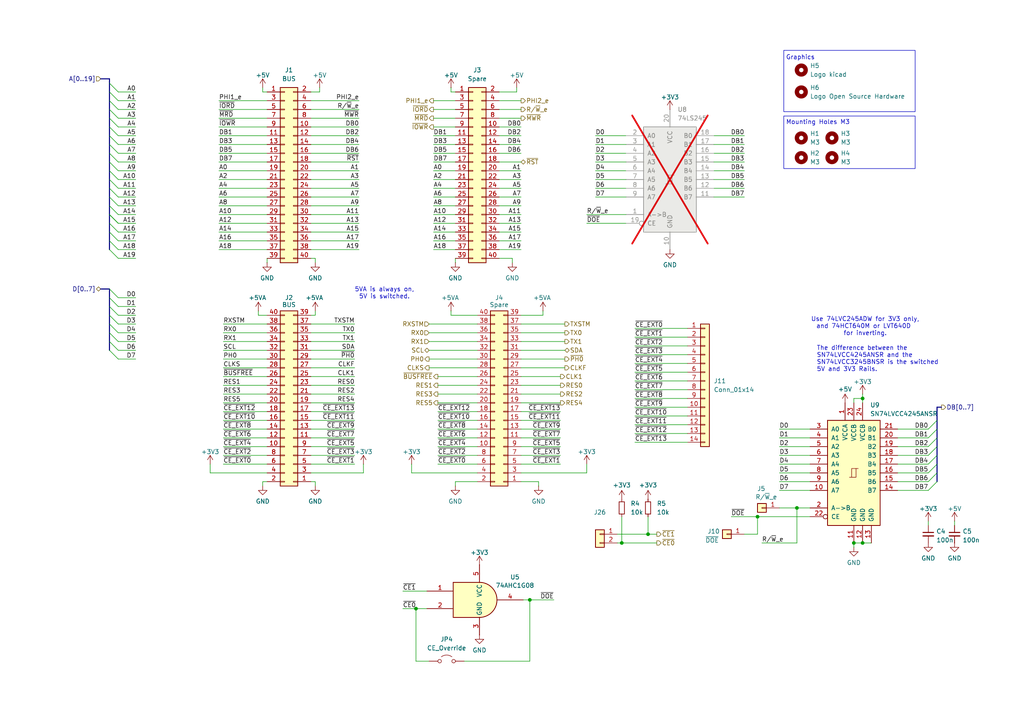
<source format=kicad_sch>
(kicad_sch (version 20231120) (generator "eeschema") (generator_version "8.0")
  (paper "A4")
  (title_block (title "Unicomp v3 - Bus") (date "2024-10-01") (rev "v1.0") (company "100% Offner") (comment 1 "v1.0: Initial"))
  (junction (at 231.14 147.32))
  (junction (at 120.65 176.53))
  (junction (at 187.96 154.94))
  (junction (at 250.19 115.57))
  (junction (at 180.34 157.48))
  (junction (at 219.71 149.86))
  (junction (at 247.65 157.48))
  (junction (at 153.67 173.99))
  (junction (at 250.19 157.48))
  (bus_entry (at 31.75 57.15) (size 2.54 2.54))
  (bus_entry (at 31.75 49.53) (size 2.54 2.54))
  (bus_entry (at 31.75 34.29) (size 2.54 2.54))
  (bus_entry (at 31.75 62.23) (size 2.54 2.54))
  (bus_entry (at 271.78 129.54) (size -2.54 2.54))
  (bus_entry (at 31.75 72.39) (size 2.54 2.54))
  (bus_entry (at 271.78 137.16) (size -2.54 2.54))
  (bus_entry (at 31.75 91.44) (size 2.54 2.54))
  (bus_entry (at 31.75 83.82) (size 2.54 2.54))
  (bus_entry (at 31.75 99.06) (size 2.54 2.54))
  (bus_entry (at 271.78 127) (size -2.54 2.54))
  (bus_entry (at 31.75 36.83) (size 2.54 2.54))
  (bus_entry (at 31.75 24.13) (size 2.54 2.54))
  (bus_entry (at 31.75 67.31) (size 2.54 2.54))
  (bus_entry (at 31.75 54.61) (size 2.54 2.54))
  (bus_entry (at 31.75 44.45) (size 2.54 2.54))
  (bus_entry (at 271.78 134.62) (size -2.54 2.54))
  (bus_entry (at 31.75 86.36) (size 2.54 2.54))
  (bus_entry (at 31.75 41.91) (size 2.54 2.54))
  (bus_entry (at 31.75 46.99) (size 2.54 2.54))
  (bus_entry (at 31.75 39.37) (size 2.54 2.54))
  (bus_entry (at 271.78 124.46) (size -2.54 2.54))
  (bus_entry (at 31.75 31.75) (size 2.54 2.54))
  (bus_entry (at 271.78 139.7) (size -2.54 2.54))
  (bus_entry (at 31.75 29.21) (size 2.54 2.54))
  (bus_entry (at 271.78 132.08) (size -2.54 2.54))
  (bus_entry (at 31.75 96.52) (size 2.54 2.54))
  (bus_entry (at 271.78 121.92) (size -2.54 2.54))
  (bus_entry (at 31.75 26.67) (size 2.54 2.54))
  (bus_entry (at 31.75 88.9) (size 2.54 2.54))
  (bus_entry (at 31.75 52.07) (size 2.54 2.54))
  (bus_entry (at 31.75 62.23) (size 2.54 2.54))
  (bus_entry (at 31.75 69.85) (size 2.54 2.54))
  (bus_entry (at 31.75 59.69) (size 2.54 2.54))
  (bus_entry (at 31.75 93.98) (size 2.54 2.54))
  (bus_entry (at 31.75 64.77) (size 2.54 2.54))
  (bus_entry (at 31.75 101.6) (size 2.54 2.54))
  (bus (pts (xy 271.78 124.46) (xy 271.78 121.92)))
  (wire (pts (xy 39.37 91.44) (xy 34.29 91.44)))
  (wire (pts (xy 125.73 41.91) (xy 132.08 41.91)))
  (bus (pts (xy 31.75 91.44) (xy 31.75 88.9)))
  (wire (pts (xy 260.35 127) (xy 269.24 127)))
  (bus (pts (xy 31.75 31.75) (xy 31.75 29.21)))
  (wire (pts (xy 91.44 74.93) (xy 90.17 74.93)))
  (wire (pts (xy 184.15 105.41) (xy 199.39 105.41)))
  (wire (pts (xy 151.13 116.84) (xy 162.56 116.84)))
  (wire (pts (xy 125.73 44.45) (xy 132.08 44.45)))
  (wire (pts (xy 63.5 29.21) (xy 77.47 29.21)))
  (wire (pts (xy 172.72 44.45) (xy 181.61 44.45)))
  (wire (pts (xy 144.78 57.15) (xy 151.13 57.15)))
  (wire (pts (xy 91.44 90.17) (xy 91.44 91.44)))
  (bus (pts (xy 271.78 127) (xy 271.78 124.46)))
  (wire (pts (xy 156.21 139.7) (xy 151.13 139.7)))
  (wire (pts (xy 39.37 104.14) (xy 34.29 104.14)))
  (wire (pts (xy 90.17 99.06) (xy 102.87 99.06)))
  (wire (pts (xy 170.18 134.62) (xy 170.18 137.16)))
  (wire (pts (xy 125.73 39.37) (xy 132.08 39.37)))
  (wire (pts (xy 63.5 64.77) (xy 77.47 64.77)))
  (wire (pts (xy 130.81 90.17) (xy 130.81 91.44)))
  (wire (pts (xy 64.77 134.62) (xy 77.47 134.62)))
  (wire (pts (xy 144.78 64.77) (xy 151.13 64.77)))
  (wire (pts (xy 260.35 142.24) (xy 269.24 142.24)))
  (wire (pts (xy 144.78 69.85) (xy 151.13 69.85)))
  (wire (pts (xy 190.5 157.48) (xy 180.34 157.48)))
  (wire (pts (xy 207.01 54.61) (xy 215.9 54.61)))
  (wire (pts (xy 64.77 121.92) (xy 77.47 121.92)))
  (wire (pts (xy 151.13 129.54) (xy 162.56 129.54)))
  (wire (pts (xy 260.35 137.16) (xy 269.24 137.16)))
  (wire (pts (xy 127 111.76) (xy 138.43 111.76)))
  (wire (pts (xy 90.17 64.77) (xy 104.14 64.77)))
  (wire (pts (xy 180.34 149.86) (xy 180.34 157.48)))
  (wire (pts (xy 149.86 26.67) (xy 144.78 26.67)))
  (wire (pts (xy 39.37 69.85) (xy 34.29 69.85)))
  (wire (pts (xy 91.44 76.2) (xy 91.44 74.93)))
  (wire (pts (xy 151.13 99.06) (xy 163.83 99.06)))
  (wire (pts (xy 90.17 59.69) (xy 104.14 59.69)))
  (wire (pts (xy 127 127) (xy 138.43 127)))
  (wire (pts (xy 184.15 97.79) (xy 199.39 97.79)))
  (wire (pts (xy 130.81 91.44) (xy 138.43 91.44)))
  (wire (pts (xy 63.5 36.83) (xy 77.47 36.83)))
  (wire (pts (xy 63.5 39.37) (xy 77.47 39.37)))
  (wire (pts (xy 184.15 102.87) (xy 199.39 102.87)))
  (wire (pts (xy 90.17 116.84) (xy 102.87 116.84)))
  (wire (pts (xy 157.48 90.17) (xy 157.48 91.44)))
  (bus (pts (xy 271.78 118.11) (xy 273.05 118.11)))
  (wire (pts (xy 125.73 69.85) (xy 132.08 69.85)))
  (wire (pts (xy 60.96 137.16) (xy 77.47 137.16)))
  (wire (pts (xy 231.14 147.32) (xy 234.95 147.32)))
  (wire (pts (xy 148.59 76.2) (xy 148.59 74.93)))
  (wire (pts (xy 260.35 129.54) (xy 269.24 129.54)))
  (wire (pts (xy 151.13 127) (xy 162.56 127)))
  (bus (pts (xy 31.75 99.06) (xy 31.75 96.52)))
  (wire (pts (xy 247.65 115.57) (xy 250.19 115.57)))
  (bus (pts (xy 31.75 88.9) (xy 31.75 86.36)))
  (wire (pts (xy 125.73 46.99) (xy 132.08 46.99)))
  (wire (pts (xy 76.2 25.4) (xy 76.2 26.67)))
  (wire (pts (xy 125.73 31.75) (xy 132.08 31.75)))
  (wire (pts (xy 134.62 191.77) (xy 153.67 191.77)))
  (wire (pts (xy 39.37 36.83) (xy 34.29 36.83)))
  (bus (pts (xy 271.78 129.54) (xy 271.78 127)))
  (wire (pts (xy 39.37 57.15) (xy 34.29 57.15)))
  (wire (pts (xy 74.93 91.44) (xy 77.47 91.44)))
  (wire (pts (xy 226.06 137.16) (xy 234.95 137.16)))
  (bus (pts (xy 31.75 64.77) (xy 31.75 62.23)))
  (wire (pts (xy 39.37 62.23) (xy 34.29 62.23)))
  (wire (pts (xy 64.77 99.06) (xy 77.47 99.06)))
  (wire (pts (xy 149.86 25.4) (xy 149.86 26.67)))
  (wire (pts (xy 125.73 57.15) (xy 132.08 57.15)))
  (wire (pts (xy 39.37 52.07) (xy 34.29 52.07)))
  (wire (pts (xy 226.06 142.24) (xy 234.95 142.24)))
  (wire (pts (xy 90.17 36.83) (xy 104.14 36.83)))
  (wire (pts (xy 120.65 176.53) (xy 116.84 176.53)))
  (wire (pts (xy 219.71 154.94) (xy 219.71 149.86)))
  (wire (pts (xy 39.37 49.53) (xy 34.29 49.53)))
  (bus (pts (xy 31.75 44.45) (xy 31.75 41.91)))
  (wire (pts (xy 92.71 25.4) (xy 92.71 26.67)))
  (wire (pts (xy 90.17 31.75) (xy 104.14 31.75)))
  (wire (pts (xy 64.77 124.46) (xy 77.47 124.46)))
  (wire (pts (xy 276.86 151.13) (xy 276.86 152.4)))
  (bus (pts (xy 31.75 86.36) (xy 31.75 83.82)))
  (wire (pts (xy 64.77 106.68) (xy 77.47 106.68)))
  (wire (pts (xy 39.37 88.9) (xy 34.29 88.9)))
  (wire (pts (xy 64.77 101.6) (xy 77.47 101.6)))
  (wire (pts (xy 64.77 114.3) (xy 77.47 114.3)))
  (wire (pts (xy 226.06 129.54) (xy 234.95 129.54)))
  (bus (pts (xy 31.75 69.85) (xy 31.75 67.31)))
  (bus (pts (xy 271.78 139.7) (xy 271.78 137.16)))
  (wire (pts (xy 39.37 46.99) (xy 34.29 46.99)))
  (wire (pts (xy 226.06 134.62) (xy 234.95 134.62)))
  (wire (pts (xy 125.73 59.69) (xy 132.08 59.69)))
  (wire (pts (xy 39.37 96.52) (xy 34.29 96.52)))
  (wire (pts (xy 64.77 129.54) (xy 77.47 129.54)))
  (wire (pts (xy 39.37 39.37) (xy 34.29 39.37)))
  (wire (pts (xy 125.73 36.83) (xy 132.08 36.83)))
  (wire (pts (xy 125.73 52.07) (xy 132.08 52.07)))
  (wire (pts (xy 39.37 34.29) (xy 34.29 34.29)))
  (wire (pts (xy 63.5 31.75) (xy 77.47 31.75)))
  (wire (pts (xy 127 116.84) (xy 138.43 116.84)))
  (wire (pts (xy 151.13 124.46) (xy 162.56 124.46)))
  (wire (pts (xy 184.15 123.19) (xy 199.39 123.19)))
  (wire (pts (xy 269.24 151.13) (xy 269.24 152.4)))
  (wire (pts (xy 130.81 26.67) (xy 132.08 26.67)))
  (wire (pts (xy 231.14 157.48) (xy 231.14 147.32)))
  (wire (pts (xy 151.13 101.6) (xy 163.83 101.6)))
  (wire (pts (xy 184.15 107.95) (xy 199.39 107.95)))
  (bus (pts (xy 31.75 39.37) (xy 31.75 36.83)))
  (wire (pts (xy 63.5 52.07) (xy 77.47 52.07)))
  (wire (pts (xy 90.17 134.62) (xy 102.87 134.62)))
  (bus (pts (xy 31.75 93.98) (xy 31.75 91.44)))
  (wire (pts (xy 39.37 44.45) (xy 34.29 44.45)))
  (wire (pts (xy 157.48 91.44) (xy 151.13 91.44)))
  (wire (pts (xy 127 114.3) (xy 138.43 114.3)))
  (wire (pts (xy 124.46 106.68) (xy 138.43 106.68)))
  (wire (pts (xy 77.47 76.2) (xy 77.47 74.93)))
  (wire (pts (xy 63.5 72.39) (xy 77.47 72.39)))
  (wire (pts (xy 151.13 109.22) (xy 162.56 109.22)))
  (wire (pts (xy 90.17 69.85) (xy 104.14 69.85)))
  (wire (pts (xy 184.15 100.33) (xy 199.39 100.33)))
  (wire (pts (xy 63.5 62.23) (xy 77.47 62.23)))
  (wire (pts (xy 226.06 127) (xy 234.95 127)))
  (wire (pts (xy 127 119.38) (xy 138.43 119.38)))
  (wire (pts (xy 63.5 59.69) (xy 77.47 59.69)))
  (wire (pts (xy 179.07 154.94) (xy 187.96 154.94)))
  (wire (pts (xy 250.19 114.3) (xy 250.19 115.57)))
  (wire (pts (xy 207.01 44.45) (xy 215.9 44.45)))
  (wire (pts (xy 90.17 57.15) (xy 104.14 57.15)))
  (wire (pts (xy 91.44 91.44) (xy 90.17 91.44)))
  (wire (pts (xy 215.9 154.94) (xy 219.71 154.94)))
  (wire (pts (xy 125.73 62.23) (xy 132.08 62.23)))
  (bus (pts (xy 31.75 52.07) (xy 31.75 49.53)))
  (bus (pts (xy 31.75 54.61) (xy 31.75 52.07)))
  (wire (pts (xy 39.37 64.77) (xy 34.29 64.77)))
  (wire (pts (xy 184.15 95.25) (xy 199.39 95.25)))
  (wire (pts (xy 144.78 62.23) (xy 151.13 62.23)))
  (wire (pts (xy 125.73 34.29) (xy 132.08 34.29)))
  (bus (pts (xy 31.75 72.39) (xy 31.75 69.85)))
  (wire (pts (xy 172.72 39.37) (xy 181.61 39.37)))
  (wire (pts (xy 144.78 67.31) (xy 151.13 67.31)))
  (wire (pts (xy 207.01 52.07) (xy 215.9 52.07)))
  (wire (pts (xy 151.765 173.99) (xy 153.67 173.99)))
  (wire (pts (xy 151.13 132.08) (xy 162.56 132.08)))
  (wire (pts (xy 119.38 137.16) (xy 138.43 137.16)))
  (wire (pts (xy 151.13 96.52) (xy 163.83 96.52)))
  (wire (pts (xy 63.5 54.61) (xy 77.47 54.61)))
  (bus (pts (xy 31.75 49.53) (xy 31.75 46.99)))
  (wire (pts (xy 76.2 140.97) (xy 76.2 139.7)))
  (wire (pts (xy 156.21 140.97) (xy 156.21 139.7)))
  (wire (pts (xy 39.37 99.06) (xy 34.29 99.06)))
  (wire (pts (xy 91.44 140.97) (xy 91.44 139.7)))
  (bus (pts (xy 31.75 29.21) (xy 31.75 26.67)))
  (wire (pts (xy 125.73 67.31) (xy 132.08 67.31)))
  (wire (pts (xy 144.78 49.53) (xy 151.13 49.53)))
  (wire (pts (xy 120.65 191.77) (xy 120.65 176.53)))
  (wire (pts (xy 39.37 86.36) (xy 34.29 86.36)))
  (bus (pts (xy 31.75 83.82) (xy 29.21 83.82)))
  (wire (pts (xy 127 121.92) (xy 138.43 121.92)))
  (wire (pts (xy 127 129.54) (xy 138.43 129.54)))
  (wire (pts (xy 63.5 34.29) (xy 77.47 34.29)))
  (wire (pts (xy 144.78 34.29) (xy 151.13 34.29)))
  (wire (pts (xy 172.72 52.07) (xy 181.61 52.07)))
  (wire (pts (xy 184.15 118.11) (xy 199.39 118.11)))
  (wire (pts (xy 170.18 64.77) (xy 181.61 64.77)))
  (wire (pts (xy 63.5 46.99) (xy 77.47 46.99)))
  (wire (pts (xy 90.17 106.68) (xy 102.87 106.68)))
  (wire (pts (xy 144.78 29.21) (xy 151.13 29.21)))
  (wire (pts (xy 76.2 26.67) (xy 77.47 26.67)))
  (wire (pts (xy 90.17 114.3) (xy 102.87 114.3)))
  (wire (pts (xy 184.15 125.73) (xy 199.39 125.73)))
  (wire (pts (xy 132.08 76.2) (xy 132.08 74.93)))
  (wire (pts (xy 153.67 191.77) (xy 153.67 173.99)))
  (wire (pts (xy 125.73 72.39) (xy 132.08 72.39)))
  (wire (pts (xy 74.93 90.17) (xy 74.93 91.44)))
  (wire (pts (xy 64.77 109.22) (xy 77.47 109.22)))
  (wire (pts (xy 39.37 74.93) (xy 34.29 74.93)))
  (wire (pts (xy 260.35 139.7) (xy 269.24 139.7)))
  (wire (pts (xy 90.17 104.14) (xy 102.87 104.14)))
  (wire (pts (xy 184.15 128.27) (xy 199.39 128.27)))
  (wire (pts (xy 180.34 157.48) (xy 179.07 157.48)))
  (wire (pts (xy 90.17 44.45) (xy 104.14 44.45)))
  (bus (pts (xy 271.78 132.08) (xy 271.78 129.54)))
  (wire (pts (xy 64.77 111.76) (xy 77.47 111.76)))
  (wire (pts (xy 144.78 54.61) (xy 151.13 54.61)))
  (wire (pts (xy 247.65 157.48) (xy 250.19 157.48)))
  (wire (pts (xy 153.67 173.99) (xy 160.655 173.99)))
  (wire (pts (xy 220.98 157.48) (xy 231.14 157.48)))
  (wire (pts (xy 124.46 101.6) (xy 138.43 101.6)))
  (bus (pts (xy 31.75 57.15) (xy 31.75 54.61)))
  (wire (pts (xy 151.13 93.98) (xy 163.83 93.98)))
  (wire (pts (xy 63.5 69.85) (xy 77.47 69.85)))
  (wire (pts (xy 64.77 93.98) (xy 77.47 93.98)))
  (wire (pts (xy 250.19 115.57) (xy 250.19 116.84)))
  (wire (pts (xy 39.37 31.75) (xy 34.29 31.75)))
  (wire (pts (xy 207.01 46.99) (xy 215.9 46.99)))
  (wire (pts (xy 90.17 62.23) (xy 104.14 62.23)))
  (wire (pts (xy 124.46 96.52) (xy 138.43 96.52)))
  (wire (pts (xy 127 124.46) (xy 138.43 124.46)))
  (wire (pts (xy 90.17 49.53) (xy 104.14 49.53)))
  (bus (pts (xy 31.75 46.99) (xy 31.75 44.45)))
  (wire (pts (xy 64.77 96.52) (xy 77.47 96.52)))
  (wire (pts (xy 124.46 104.14) (xy 138.43 104.14)))
  (bus (pts (xy 271.78 137.16) (xy 271.78 134.62)))
  (wire (pts (xy 90.17 127) (xy 102.87 127)))
  (wire (pts (xy 92.71 26.67) (xy 90.17 26.67)))
  (wire (pts (xy 76.2 139.7) (xy 77.47 139.7)))
  (wire (pts (xy 124.46 99.06) (xy 138.43 99.06)))
  (wire (pts (xy 247.65 158.75) (xy 247.65 157.48)))
  (wire (pts (xy 144.78 44.45) (xy 151.13 44.45)))
  (wire (pts (xy 260.35 134.62) (xy 269.24 134.62)))
  (wire (pts (xy 207.01 49.53) (xy 215.9 49.53)))
  (wire (pts (xy 144.78 59.69) (xy 151.13 59.69)))
  (wire (pts (xy 207.01 41.91) (xy 215.9 41.91)))
  (wire (pts (xy 125.73 54.61) (xy 132.08 54.61)))
  (wire (pts (xy 260.35 124.46) (xy 269.24 124.46)))
  (wire (pts (xy 63.5 67.31) (xy 77.47 67.31)))
  (wire (pts (xy 184.15 113.03) (xy 199.39 113.03)))
  (wire (pts (xy 127 132.08) (xy 138.43 132.08)))
  (wire (pts (xy 90.17 119.38) (xy 102.87 119.38)))
  (wire (pts (xy 63.5 41.91) (xy 77.47 41.91)))
  (wire (pts (xy 187.96 154.94) (xy 190.5 154.94)))
  (wire (pts (xy 39.37 59.69) (xy 34.29 59.69)))
  (wire (pts (xy 63.5 44.45) (xy 77.47 44.45)))
  (wire (pts (xy 60.96 134.62) (xy 60.96 137.16)))
  (wire (pts (xy 151.13 119.38) (xy 162.56 119.38)))
  (wire (pts (xy 64.77 116.84) (xy 77.47 116.84)))
  (wire (pts (xy 172.72 41.91) (xy 181.61 41.91)))
  (wire (pts (xy 90.17 129.54) (xy 102.87 129.54)))
  (wire (pts (xy 127 134.62) (xy 138.43 134.62)))
  (wire (pts (xy 123.825 176.53) (xy 120.65 176.53)))
  (wire (pts (xy 39.37 93.98) (xy 34.29 93.98)))
  (wire (pts (xy 64.77 127) (xy 77.47 127)))
  (wire (pts (xy 226.06 147.32) (xy 231.14 147.32)))
  (wire (pts (xy 39.37 101.6) (xy 34.29 101.6)))
  (wire (pts (xy 64.77 119.38) (xy 77.47 119.38)))
  (wire (pts (xy 144.78 31.75) (xy 151.13 31.75)))
  (bus (pts (xy 271.78 121.92) (xy 271.78 118.11)))
  (bus (pts (xy 31.75 36.83) (xy 31.75 34.29)))
  (wire (pts (xy 151.13 111.76) (xy 162.56 111.76)))
  (wire (pts (xy 90.17 41.91) (xy 104.14 41.91)))
  (wire (pts (xy 151.13 137.16) (xy 170.18 137.16)))
  (wire (pts (xy 63.5 57.15) (xy 77.47 57.15)))
  (wire (pts (xy 148.59 74.93) (xy 144.78 74.93)))
  (wire (pts (xy 90.17 39.37) (xy 104.14 39.37)))
  (wire (pts (xy 119.38 134.62) (xy 119.38 137.16)))
  (wire (pts (xy 260.35 132.08) (xy 269.24 132.08)))
  (wire (pts (xy 90.17 34.29) (xy 104.14 34.29)))
  (wire (pts (xy 39.37 41.91) (xy 34.29 41.91)))
  (wire (pts (xy 132.08 139.7) (xy 138.43 139.7)))
  (wire (pts (xy 125.73 64.77) (xy 132.08 64.77)))
  (wire (pts (xy 39.37 29.21) (xy 34.29 29.21)))
  (wire (pts (xy 90.17 93.98) (xy 102.87 93.98)))
  (wire (pts (xy 170.18 62.23) (xy 181.61 62.23)))
  (wire (pts (xy 226.06 132.08) (xy 234.95 132.08)))
  (wire (pts (xy 123.825 171.45) (xy 116.84 171.45)))
  (bus (pts (xy 271.78 134.62) (xy 271.78 132.08)))
  (wire (pts (xy 144.78 41.91) (xy 151.13 41.91)))
  (wire (pts (xy 144.78 46.99) (xy 151.13 46.99)))
  (wire (pts (xy 250.19 157.48) (xy 252.73 157.48)))
  (wire (pts (xy 207.01 39.37) (xy 215.9 39.37)))
  (bus (pts (xy 31.75 59.69) (xy 31.75 57.15)))
  (wire (pts (xy 90.17 101.6) (xy 102.87 101.6)))
  (wire (pts (xy 90.17 124.46) (xy 102.87 124.46)))
  (bus (pts (xy 31.75 41.91) (xy 31.75 39.37)))
  (wire (pts (xy 90.17 109.22) (xy 102.87 109.22)))
  (wire (pts (xy 151.13 104.14) (xy 163.83 104.14)))
  (wire (pts (xy 125.73 29.21) (xy 132.08 29.21)))
  (wire (pts (xy 184.15 110.49) (xy 199.39 110.49)))
  (bus (pts (xy 31.75 26.67) (xy 31.75 24.13)))
  (wire (pts (xy 184.15 120.65) (xy 199.39 120.65)))
  (wire (pts (xy 64.77 132.08) (xy 77.47 132.08)))
  (wire (pts (xy 226.06 124.46) (xy 234.95 124.46)))
  (bus (pts (xy 31.75 62.23) (xy 31.75 59.69)))
  (wire (pts (xy 39.37 72.39) (xy 34.29 72.39)))
  (wire (pts (xy 90.17 111.76) (xy 102.87 111.76)))
  (wire (pts (xy 39.37 67.31) (xy 34.29 67.31)))
  (bus (pts (xy 31.75 24.13) (xy 31.75 22.86)))
  (wire (pts (xy 130.81 25.4) (xy 130.81 26.67)))
  (wire (pts (xy 90.17 121.92) (xy 102.87 121.92)))
  (wire (pts (xy 90.17 137.16) (xy 105.41 137.16)))
  (bus (pts (xy 31.75 96.52) (xy 31.75 93.98)))
  (wire (pts (xy 90.17 67.31) (xy 104.14 67.31)))
  (wire (pts (xy 63.5 49.53) (xy 77.47 49.53)))
  (wire (pts (xy 172.72 57.15) (xy 181.61 57.15)))
  (wire (pts (xy 90.17 29.21) (xy 104.14 29.21)))
  (wire (pts (xy 219.71 149.86) (xy 234.95 149.86)))
  (wire (pts (xy 226.06 139.7) (xy 234.95 139.7)))
  (wire (pts (xy 90.17 52.07) (xy 104.14 52.07)))
  (wire (pts (xy 90.17 54.61) (xy 104.14 54.61)))
  (wire (pts (xy 207.01 57.15) (xy 215.9 57.15)))
  (wire (pts (xy 125.73 49.53) (xy 132.08 49.53)))
  (wire (pts (xy 39.37 26.67) (xy 34.29 26.67)))
  (wire (pts (xy 144.78 72.39) (xy 151.13 72.39)))
  (bus (pts (xy 31.75 101.6) (xy 31.75 99.06)))
  (wire (pts (xy 90.17 72.39) (xy 104.14 72.39)))
  (wire (pts (xy 151.13 121.92) (xy 162.56 121.92)))
  (wire (pts (xy 151.13 134.62) (xy 162.56 134.62)))
  (wire (pts (xy 172.72 54.61) (xy 181.61 54.61)))
  (wire (pts (xy 151.13 114.3) (xy 162.56 114.3)))
  (wire (pts (xy 212.09 149.86) (xy 219.71 149.86)))
  (bus (pts (xy 31.75 67.31) (xy 31.75 64.77)))
  (wire (pts (xy 124.46 191.77) (xy 120.65 191.77)))
  (wire (pts (xy 172.72 49.53) (xy 181.61 49.53)))
  (wire (pts (xy 144.78 39.37) (xy 151.13 39.37)))
  (wire (pts (xy 187.96 149.86) (xy 187.96 154.94)))
  (wire (pts (xy 172.72 46.99) (xy 181.61 46.99)))
  (wire (pts (xy 144.78 52.07) (xy 151.13 52.07)))
  (wire (pts (xy 90.17 132.08) (xy 102.87 132.08)))
  (wire (pts (xy 127 109.22) (xy 138.43 109.22)))
  (wire (pts (xy 105.41 134.62) (xy 105.41 137.16)))
  (wire (pts (xy 91.44 139.7) (xy 90.17 139.7)))
  (wire (pts (xy 184.15 115.57) (xy 199.39 115.57)))
  (wire (pts (xy 151.13 106.68) (xy 163.83 106.68)))
  (wire (pts (xy 90.17 46.99) (xy 104.14 46.99)))
  (bus (pts (xy 31.75 22.86) (xy 29.21 22.86)))
  (wire (pts (xy 144.78 36.83) (xy 151.13 36.83)))
  (wire (pts (xy 132.08 140.97) (xy 132.08 139.7)))
  (wire (pts (xy 247.65 116.84) (xy 247.65 115.57)))
  (wire (pts (xy 90.17 96.52) (xy 102.87 96.52)))
  (wire (pts (xy 39.37 54.61) (xy 34.29 54.61)))
  (wire (pts (xy 124.46 93.98) (xy 138.43 93.98)))
  (bus (pts (xy 31.75 34.29) (xy 31.75 31.75)))
  (wire (pts (xy 64.77 104.14) (xy 77.47 104.14)))
  (rectangle (start 227.33 33.655) (end 265.43 48.895))
  (rectangle (start 227.33 14.605) (end 265.43 32.385))
  (text "Graphics" (at 232.156 16.764 0) (effects (font (size 1.27 1.27))))
  (text "5VA is always on,\n5V is switched." (at 111.506 85.09 0) (effects (font (size 1.27 1.27))))
  (text "Use 74LVC245ADW for 3V3 only,\nand 74HCT640M or LVT640D \nfor inverting." (at 250.952 94.742 0) (effects (font (size 1.27 1.27))))
  (text "Mounting Holes M3" (at 237.236 35.56 0) (effects (font (size 1.27 1.27))))
  (text "The difference between the \nSN74LVCC4245ANSR and the\nSN74LVCC3245BNSR is the switched\n5V and 3V3 Rails." (at 236.855 107.95 0) (effects (font (size 1.27 1.27)) (justify left bottom)))
  (label "R{slash}~{W}_e" (at 170.18 62.23 0))
  (label "DB0" (at 215.9 39.37 180))
  (label "DB7" (at 63.5 46.99 0))
  (label "~{CE_EXT8}" (at 64.77 124.46 0))
  (label "~{CE_EXT1}" (at 102.87 134.62 180))
  (label "~{CE_EXT7}" (at 184.15 113.03 0))
  (label "A19" (at 151.13 72.39 180))
  (label "~{CE_EXT13}" (at 184.15 128.27 0))
  (label "~{CE_EXT6}" (at 64.77 127 0))
  (label "A15" (at 151.13 67.31 180))
  (label "A0" (at 39.37 26.67 180))
  (label "RX1" (at 64.77 99.06 0))
  (label "A17" (at 39.37 69.85 180))
  (label "A17" (at 104.14 69.85 180))
  (label "A0" (at 63.5 49.53 0))
  (label "DB6" (at 215.9 54.61 180))
  (label "~{CE_EXT5}" (at 162.56 129.54 180))
  (label "DB7" (at 269.24 142.24 180))
  (label "~{CE_EXT1}" (at 162.56 134.62 180))
  (label "D5" (at 226.06 137.16 0))
  (label "A6" (at 63.5 57.15 0))
  (label "DB3" (at 269.24 132.08 180))
  (label "D6" (at 226.06 139.7 0))
  (label "DB2" (at 215.9 44.45 180))
  (label "A18" (at 63.5 72.39 0))
  (label "~{CE0}" (at 116.84 176.53 0))
  (label "A7" (at 151.13 57.15 180))
  (label "A17" (at 151.13 69.85 180))
  (label "DB7" (at 125.73 46.99 0))
  (label "RES5" (at 64.77 116.84 0))
  (label "~{CE_EXT8}" (at 127 124.46 0))
  (label "A11" (at 151.13 62.23 180))
  (label "DB6" (at 151.13 44.45 180))
  (label "~{CE_EXT13}" (at 102.87 119.38 180))
  (label "D2" (at 39.37 91.44 180))
  (label "D2" (at 226.06 129.54 0))
  (label "D7" (at 39.37 104.14 180))
  (label "A13" (at 104.14 64.77 180))
  (label "A0" (at 125.73 49.53 0))
  (label "D3" (at 172.72 46.99 0))
  (label "A16" (at 63.5 69.85 0))
  (label "A5" (at 39.37 39.37 180))
  (label "A15" (at 39.37 64.77 180))
  (label "A9" (at 39.37 49.53 180))
  (label "~{CE_EXT4}" (at 64.77 129.54 0))
  (label "DB2" (at 269.24 129.54 180))
  (label "A4" (at 125.73 54.61 0))
  (label "~{CE_EXT11}" (at 184.15 123.19 0))
  (label "~{CE_EXT13}" (at 162.56 119.38 180))
  (label "A5" (at 104.14 54.61 180))
  (label "A12" (at 63.5 64.77 0))
  (label "DB2" (at 104.14 39.37 180))
  (label "A8" (at 63.5 59.69 0))
  (label "CLK1" (at 102.87 109.22 180))
  (label "~{DOE}" (at 212.09 149.86 0))
  (label "~{CE_EXT5}" (at 102.87 129.54 180))
  (label "~{DOE}" (at 160.655 173.99 180))
  (label "SDA" (at 102.87 101.6 180))
  (label "D5" (at 39.37 99.06 180))
  (label "A11" (at 39.37 54.61 180))
  (label "D2" (at 172.72 44.45 0))
  (label "CLKF" (at 102.87 106.68 180))
  (label "A2" (at 63.5 52.07 0))
  (label "~{CE_EXT3}" (at 184.15 102.87 0))
  (label "~{CE_EXT6}" (at 127 127 0))
  (label "~{CE_EXT6}" (at 184.15 110.49 0))
  (label "A5" (at 151.13 54.61 180))
  (label "DB5" (at 269.24 137.16 180))
  (label "A11" (at 104.14 62.23 180))
  (label "~{CE_EXT0}" (at 127 134.62 0))
  (label "A7" (at 104.14 57.15 180))
  (label "A10" (at 39.37 52.07 180))
  (label "D7" (at 226.06 142.24 0))
  (label "A16" (at 125.73 69.85 0))
  (label "D3" (at 226.06 132.08 0))
  (label "D1" (at 226.06 127 0))
  (label "A9" (at 151.13 59.69 180))
  (label "~{CE_EXT12}" (at 127 119.38 0))
  (label "~{CE_EXT0}" (at 64.77 134.62 0))
  (label "~{IORD}" (at 63.5 31.75 0))
  (label "A3" (at 151.13 52.07 180))
  (label "D0" (at 226.06 124.46 0))
  (label "A2" (at 125.73 52.07 0))
  (label "~{CE_EXT7}" (at 102.87 127 180))
  (label "DB0" (at 269.24 124.46 180))
  (label "RES4" (at 102.87 116.84 180))
  (label "~{CE_EXT0}" (at 184.15 95.25 0))
  (label "D0" (at 39.37 86.36 180))
  (label "~{CE_EXT3}" (at 102.87 132.08 180))
  (label "A7" (at 39.37 44.45 180))
  (label "~{CE_EXT9}" (at 184.15 118.11 0))
  (label "A15" (at 104.14 67.31 180))
  (label "D5" (at 172.72 52.07 0))
  (label "PH0" (at 64.77 104.14 0))
  (label "TX0" (at 102.87 96.52 180))
  (label "D4" (at 226.06 134.62 0))
  (label "~{CE_EXT8}" (at 184.15 115.57 0))
  (label "~{MWR}" (at 104.14 34.29 180))
  (label "D7" (at 172.72 57.15 0))
  (label "A19" (at 104.14 72.39 180))
  (label "DB3" (at 63.5 41.91 0))
  (label "DB4" (at 269.24 134.62 180))
  (label "RES1" (at 64.77 111.76 0))
  (label "DB4" (at 151.13 41.91 180))
  (label "DB1" (at 269.24 127 180))
  (label "R{slash}~{W}_e" (at 220.98 157.48 0))
  (label "A3" (at 39.37 34.29 180))
  (label "DB6" (at 269.24 139.7 180))
  (label "DB0" (at 151.13 36.83 180))
  (label "A14" (at 63.5 67.31 0))
  (label "A10" (at 125.73 62.23 0))
  (label "~{RST}" (at 104.14 46.99 180))
  (label "DB1" (at 125.73 39.37 0))
  (label "~{CE1}" (at 116.84 171.45 0))
  (label "DB1" (at 215.9 41.91 180))
  (label "DB4" (at 104.14 41.91 180))
  (label "A12" (at 39.37 57.15 180))
  (label "~{CE_EXT2}" (at 127 132.08 0))
  (label "DB5" (at 215.9 52.07 180))
  (label "D1" (at 39.37 88.9 180))
  (label "~{CE_EXT5}" (at 184.15 107.95 0))
  (label "~{BUSFREE}" (at 64.77 109.22 0))
  (label "DB5" (at 125.73 44.45 0))
  (label "A8" (at 125.73 59.69 0))
  (label "D3" (at 39.37 93.98 180))
  (label "~{IOWR}" (at 63.5 36.83 0))
  (label "A4" (at 39.37 36.83 180))
  (label "~{CE_EXT9}" (at 162.56 124.46 180))
  (label "A10" (at 63.5 62.23 0))
  (label "A14" (at 39.37 62.23 180))
  (label "~{CE_EXT10}" (at 127 121.92 0))
  (label "DB6" (at 104.14 44.45 180))
  (label "~{CE_EXT10}" (at 184.15 120.65 0))
  (label "A2" (at 39.37 31.75 180))
  (label "DB5" (at 63.5 44.45 0))
  (label "R{slash}~{W}_e" (at 104.14 31.75 180))
  (label "DB2" (at 151.13 39.37 180))
  (label "CLKS" (at 64.77 106.68 0))
  (label "PHI2_e" (at 104.14 29.21 180))
  (label "DB1" (at 63.5 39.37 0))
  (label "A6" (at 125.73 57.15 0))
  (label "A13" (at 39.37 59.69 180))
  (label "A14" (at 125.73 67.31 0))
  (label "RES2" (at 102.87 114.3 180))
  (label "DB7" (at 215.9 57.15 180))
  (label "A18" (at 39.37 72.39 180))
  (label "DB3" (at 215.9 46.99 180))
  (label "A13" (at 151.13 64.77 180))
  (label "~{CE_EXT7}" (at 162.56 127 180))
  (label "~{CE_EXT2}" (at 184.15 100.33 0))
  (label "~{CE_EXT10}" (at 64.77 121.92 0))
  (label "~{CE_EXT11}" (at 162.56 121.92 180))
  (label "A1" (at 104.14 49.53 180))
  (label "~{CE_EXT11}" (at 102.87 121.92 180))
  (label "DB4" (at 215.9 49.53 180))
  (label "TXSTM" (at 102.87 93.98 180))
  (label "A12" (at 125.73 64.77 0))
  (label "~{CE_EXT2}" (at 64.77 132.08 0))
  (label "A3" (at 104.14 52.07 180))
  (label "~{CE_EXT12}" (at 64.77 119.38 0))
  (label "~{CE_EXT1}" (at 184.15 97.79 0))
  (label "A4" (at 63.5 54.61 0))
  (label "D6" (at 172.72 54.61 0))
  (label "DB3" (at 125.73 41.91 0))
  (label "~{CE_EXT3}" (at 162.56 132.08 180))
  (label "D6" (at 39.37 101.6 180))
  (label "D4" (at 39.37 96.52 180))
  (label "TX1" (at 102.87 99.06 180))
  (label "~{CE_EXT12}" (at 184.15 125.73 0))
  (label "SCL" (at 64.77 101.6 0))
  (label "A9" (at 104.14 59.69 180))
  (label "A6" (at 39.37 41.91 180))
  (label "D4" (at 172.72 49.53 0))
  (label "A18" (at 125.73 72.39 0))
  (label "RXSTM" (at 64.77 93.98 0))
  (label "~{PH0}" (at 102.87 104.14 180))
  (label "~{DOE}" (at 170.18 64.77 0))
  (label "D0" (at 172.72 39.37 0))
  (label "DB0" (at 104.14 36.83 180))
  (label "RX0" (at 64.77 96.52 0))
  (label "~{MRD}" (at 63.5 34.29 0))
  (label "RES3" (at 64.77 114.3 0))
  (label "A19" (at 39.37 74.93 180))
  (label "PHI1_e" (at 63.5 29.21 0))
  (label "RES0" (at 102.87 111.76 180))
  (label "~{CE_EXT4}" (at 184.15 105.41 0))
  (label "A16" (at 39.37 67.31 180))
  (label "D1" (at 172.72 41.91 0))
  (label "A8" (at 39.37 46.99 180))
  (label "A1" (at 39.37 29.21 180))
  (label "~{CE_EXT4}" (at 127 129.54 0))
  (label "A1" (at 151.13 49.53 180))
  (label "~{CE_EXT9}" (at 102.87 124.46 180))
  (hierarchical_label "RES1" (shape output) (at 127 111.76 180))
  (hierarchical_label "RES5" (shape output) (at 127 116.84 180))
  (hierarchical_label "CLKF" (shape output) (at 163.83 106.68 0))
  (hierarchical_label "D[0..7]" (shape bidirectional) (at 29.21 83.82 180))
  (hierarchical_label "~{IOWR}" (shape output) (at 125.73 36.83 180))
  (hierarchical_label "~{CE0}" (shape output) (at 190.5 157.48 0))
  (hierarchical_label "A[0..19]" (shape input) (at 29.21 22.86 180))
  (hierarchical_label "DB[0..7]" (shape output) (at 273.05 118.11 0))
  (hierarchical_label "CLK1" (shape output) (at 162.56 109.22 0))
  (hierarchical_label "RX1" (shape input) (at 124.46 99.06 180))
  (hierarchical_label "~{RST}" (shape tri_state) (at 151.13 46.99 0))
  (hierarchical_label "TX0" (shape output) (at 163.83 96.52 0))
  (hierarchical_label "RES0" (shape output) (at 162.56 111.76 0))
  (hierarchical_label "SCL" (shape bidirectional) (at 124.46 101.6 180))
  (hierarchical_label "PHI1_e" (shape output) (at 125.73 29.21 180))
  (hierarchical_label "PH0" (shape output) (at 124.46 104.14 180))
  (hierarchical_label "~{IORD}" (shape output) (at 125.73 31.75 180))
  (hierarchical_label "SDA" (shape bidirectional) (at 163.83 101.6 0))
  (hierarchical_label "~{MRD}" (shape output) (at 125.73 34.29 180))
  (hierarchical_label "~{PH0}" (shape output) (at 163.83 104.14 0))
  (hierarchical_label "RES2" (shape output) (at 162.56 114.3 0))
  (hierarchical_label "~{MWR}" (shape output) (at 151.13 34.29 0))
  (hierarchical_label "CLKS" (shape output) (at 124.46 106.68 180))
  (hierarchical_label "TXSTM" (shape output) (at 163.83 93.98 0))
  (hierarchical_label "~{BUSFREE}" (shape output) (at 127 109.22 180))
  (hierarchical_label "RES4" (shape output) (at 162.56 116.84 0))
  (hierarchical_label "R{slash}~{W}_e" (shape output) (at 151.13 31.75 0))
  (hierarchical_label "RES3" (shape output) (at 127 114.3 180))
  (hierarchical_label "TX1" (shape output) (at 163.83 99.06 0))
  (hierarchical_label "RXSTM" (shape input) (at 124.46 93.98 180))
  (hierarchical_label "RX0" (shape input) (at 124.46 96.52 180))
  (hierarchical_label "~{CE1}" (shape output) (at 190.5 154.94 0))
  (hierarchical_label "PHI2_e" (shape output) (at 151.13 29.21 0))
  (symbol (lib_id "power:+3V3") (at 180.34 144.78 0) (unit 1)
    (property "Reference" "#PWR031" (effects (hide yes)))
    (property "Value" "+3V3" (at 180.34 140.716 0))
    (property "Description" "Power symbol creates a global label with name \"+3V3\"" (effects (hide yes)))
  )
  (symbol (lib_id "power:GND") (at 269.24 157.48 0) (unit 1)
    (property "Reference" "#PWR07" (effects (hide yes)))
    (property "Value" "GND" (at 269.24 161.9234 0))
  )
  (symbol (lib_id "power:+5V") (at 276.86 151.13 0) (unit 1)
    (property "Reference" "#PWR010" (effects (hide yes)))
    (property "Value" "+5V" (at 276.86 147.5542 0))
    (property "Description" "Power symbol creates a global label with name \"+5V\"" (effects (hide yes)))
  )
  (symbol (lib_id "Mechanical:MountingHole") (at 232.41 40.005 0) (unit 1) (in_bom no)
    (property "Reference" "H1" (at 234.95 38.7349 0) (effects (justify left)))
    (property "Value" "M3" (at 234.95 41.2749 0) (effects (justify left)))
    (property "Footprint" "MountingHole:MountingHole_3.2mm_M3" (effects (hide yes)))
    (property "Description" "Mounting Hole without connection" (effects (hide yes)))
  )
  (symbol (lib_id "Mechanical:MountingHole") (at 241.3 40.005 0) (unit 1) (in_bom no)
    (property "Reference" "H3" (at 243.84 38.7349 0) (effects (justify left)))
    (property "Value" "M3" (at 243.84 41.2749 0) (effects (justify left)))
    (property "Footprint" "MountingHole:MountingHole_3.2mm_M3" (effects (hide yes)))
    (property "Description" "Mounting Hole without connection" (effects (hide yes)))
  )
  (symbol (lib_id "Connector_Generic:Conn_02x20_Odd_Even") (at 146.05 116.84 180) (unit 1) (in_bom no)
    (property "Reference" "J4" (at 144.78 86.344 0))
    (property "Value" "Spare" (at 144.78 88.392 0))
    (property "Footprint" "Connector_PinSocket_2.54mm:PinSocket_2x20_P2.54mm_Vertical" (effects (hide yes)))
    (property "Description" "Generic connector, double row, 02x20, odd/even pin numbering scheme (row 1 odd numbers, row 2 even numbers), script generated (kicad-library-utils/schlib/autogen/connector/)" (effects (hide yes)))
  )
  (symbol (lib_id "power:+5VA") (at 130.81 90.17 0) (unit 1)
    (property "Reference" "#PWR097" (effects (hide yes)))
    (property "Value" "+5VA" (at 130.556 86.36 0))
    (property "Description" "Power symbol creates a global label with name \"+5VA\"" (effects (hide yes)))
  )
  (symbol (lib_id "power:GND") (at 276.86 157.48 0) (unit 1)
    (property "Reference" "#PWR011" (effects (hide yes)))
    (property "Value" "GND" (at 276.86 161.9234 0))
    (property "Description" "Power symbol creates a global label with name \"GND\" , ground" (effects (hide yes)))
  )
  (symbol (lib_id "power:GND") (at 91.44 140.97 0) (unit 1)
    (property "Reference" "#PWR092" (effects (hide yes)))
    (property "Value" "GND" (at 91.44 145.4134 0))
    (property "Description" "Power symbol creates a global label with name \"GND\" , ground" (effects (hide yes)))
  )
  (symbol (lib_id "power:GND") (at 194.31 72.39 0) (unit 1)
    (property "Reference" "#PWR076" (effects (hide yes)))
    (property "Value" "GND" (at 194.31 76.8334 0))
  )
  (symbol (lib_id "power:+3V3") (at 194.31 31.75 0) (unit 1)
    (property "Reference" "#PWR077" (effects (hide yes)))
    (property "Value" "+3V3" (at 194.31 28.1742 0))
  )
  (symbol (lib_id "power:GND") (at 247.65 158.75 0) (unit 1)
    (property "Reference" "#PWR04" (effects (hide yes)))
    (property "Value" "GND" (at 247.65 163.1934 0))
  )
  (symbol (lib_id "Device:R_Small") (at 187.96 147.32 0) (unit 1)
    (property "Reference" "R5" (at 190.5 146.0499 0) (effects (justify left)))
    (property "Value" "10k" (at 190.5 148.5899 0) (effects (justify left)))
    (property "Footprint" "Resistor_SMD:R_1206_3216Metric_Pad1.30x1.75mm_HandSolder" (effects (hide yes)))
  )
  (symbol (lib_id "power:GND") (at 77.47 76.2 0) (unit 1)
    (property "Reference" "#PWR089" (effects (hide yes)))
    (property "Value" "GND" (at 77.47 80.6434 0))
    (property "Description" "Power symbol creates a global label with name \"GND\" , ground" (effects (hide yes)))
  )
  (symbol (lib_id "power:+5V") (at 76.2 25.4 0) (unit 1)
    (property "Reference" "#PWR087" (effects (hide yes)))
    (property "Value" "+5V" (at 76.2 21.8242 0))
    (property "Description" "Power symbol creates a global label with name \"+5V\"" (effects (hide yes)))
  )
  (symbol (lib_id "power:+3V3") (at 170.18 134.62 0) (unit 1)
    (property "Reference" "#PWR0104" (effects (hide yes)))
    (property "Value" "+3V3" (at 170.18 131.0442 0))
    (property "Description" "Power symbol creates a global label with name \"+3V3\"" (effects (hide yes)))
  )
  (symbol (lib_id "power:+3V3") (at 119.38 134.62 0) (unit 1)
    (property "Reference" "#PWR095" (effects (hide yes)))
    (property "Value" "+3V3" (at 119.38 131.0442 0))
    (property "Description" "Power symbol creates a global label with name \"+3V3\"" (effects (hide yes)))
  )
  (symbol (lib_id "power:+3V3") (at 105.41 134.62 0) (unit 1)
    (property "Reference" "#PWR094" (effects (hide yes)))
    (property "Value" "+3V3" (at 105.41 131.0442 0))
    (property "Description" "Power symbol creates a global label with name \"+3V3\"" (effects (hide yes)))
  )
  (symbol (lib_id "Mechanical:MountingHole") (at 241.3 45.72 0) (unit 1) (in_bom no)
    (property "Reference" "H4" (at 243.84 44.4499 0) (effects (justify left)))
    (property "Value" "M3" (at 243.84 46.9899 0) (effects (justify left)))
    (property "Footprint" "MountingHole:MountingHole_3.2mm_M3" (effects (hide yes)))
    (property "Description" "Mounting Hole without connection" (effects (hide yes)))
  )
  (symbol (lib_id "Connector_Generic:Conn_01x01") (at 220.98 147.32 0) (mirror y) (unit 1) (in_bom no)
    (property "Reference" "J5" (at 221.996 141.732 0) (effects (justify left)))
    (property "Value" "R/~{W}_e" (at 225.425 144.145 0) (effects (justify left)))
    (property "Footprint" "Connector_PinHeader_2.00mm:PinHeader_1x01_P2.00mm_Vertical" (effects (hide yes)))
  )
  (symbol (lib_id "power:GND") (at 91.44 76.2 0) (unit 1)
    (property "Reference" "#PWR090" (effects (hide yes)))
    (property "Value" "GND" (at 91.44 80.6434 0))
    (property "Description" "Power symbol creates a global label with name \"GND\" , ground" (effects (hide yes)))
  )
  (symbol (lib_id "Jumper:Jumper_2_Open") (at 129.54 191.77 0) (unit 1) (exclude_from_sim yes) (in_bom no)
    (property "Reference" "JP4" (at 129.54 185.42 0))
    (property "Value" "CE_Override" (at 129.54 187.96 0))
    (property "Footprint" "Jumper:SolderJumper-2_P1.3mm_Open_RoundedPad1.0x1.5mm" (effects (hide yes)))
    (property "Description" "Jumper, 2-pole, open" (effects (hide yes)))
  )
  (symbol (lib_id "74xGxx:74AHC1G08") (at 139.065 173.99 0) (unit 1)
    (property "Reference" "U5" (at 149.352 167.386 0))
    (property "Value" "74AHC1G08" (at 149.352 169.8102 0))
    (property "Footprint" "Package_TO_SOT_SMD:SOT-23-5_HandSoldering" (effects (hide yes)))
    (property "Datasheet" "http://www.ti.com/lit/sg/scyt129e/scyt129e.pdf" (effects (hide yes)))
  )
  (symbol (lib_id "power:+3V3") (at 269.24 151.13 0) (unit 1)
    (property "Reference" "#PWR06" (effects (hide yes)))
    (property "Value" "+3V3" (at 269.24 147.5542 0))
  )
  (symbol (lib_id "power:GND") (at 156.21 140.97 0) (unit 1)
    (property "Reference" "#PWR0102" (effects (hide yes)))
    (property "Value" "GND" (at 156.21 145.4134 0))
    (property "Description" "Power symbol creates a global label with name \"GND\" , ground" (effects (hide yes)))
  )
  (symbol (lib_id "power:GND") (at 139.065 184.15 0) (unit 1)
    (property "Reference" "#PWR025" (effects (hide yes)))
    (property "Value" "GND" (at 139.065 188.5934 0))
  )
  (symbol (lib_id "power:+3V3") (at 187.96 144.78 0) (unit 1)
    (property "Reference" "#PWR032" (effects (hide yes)))
    (property "Value" "+3V3" (at 187.96 140.716 0))
    (property "Description" "Power symbol creates a global label with name \"+3V3\"" (effects (hide yes)))
  )
  (symbol (lib_id "power:+3V3") (at 60.96 134.62 0) (unit 1)
    (property "Reference" "#PWR085" (effects (hide yes)))
    (property "Value" "+3V3" (at 60.96 131.0442 0))
    (property "Description" "Power symbol creates a global label with name \"+3V3\"" (effects (hide yes)))
  )
  (symbol (lib_id "power:+5V") (at 130.81 25.4 0) (unit 1)
    (property "Reference" "#PWR096" (effects (hide yes)))
    (property "Value" "+5V" (at 130.81 21.8242 0))
    (property "Description" "Power symbol creates a global label with name \"+5V\"" (effects (hide yes)))
  )
  (symbol (lib_id "power:+5VA") (at 74.93 90.17 0) (unit 1)
    (property "Reference" "#PWR086" (effects (hide yes)))
    (property "Value" "+5VA" (at 74.676 86.36 0))
    (property "Description" "Power symbol creates a global label with name \"+5VA\"" (effects (hide yes)))
  )
  (symbol (lib_id "Connector_Generic:Conn_02x20_Odd_Even") (at 137.16 49.53 0) (unit 1) (in_bom no)
    (property "Reference" "J3" (at 138.43 20.32 0))
    (property "Value" "Spare" (at 138.43 22.86 0))
    (property "Footprint" "Connector_PinSocket_2.54mm:PinSocket_2x20_P2.54mm_Vertical" (effects (hide yes)))
    (property "Description" "Generic connector, double row, 02x20, odd/even pin numbering scheme (row 1 odd numbers, row 2 even numbers), script generated (kicad-library-utils/schlib/autogen/connector/)" (effects (hide yes)))
  )
  (symbol (lib_id "power:+3V3") (at 250.19 114.3 0) (unit 1)
    (property "Reference" "#PWR05" (effects (hide yes)))
    (property "Value" "+3V3" (at 250.19 110.7242 0))
  )
  (symbol (lib_id "my_ics_new:74LVC4245") (at 247.65 137.16 0) (unit 1)
    (property "Reference" "U9" (at 252.3841 117.475 0) (effects (justify left)))
    (property "Value" "SN74LVCC4245ANSR" (at 252.3841 120.015 0) (effects (justify left)))
    (property "Footprint" "Package_SO:SO-24_5.3x15mm_P1.27mm" (effects (hide yes)))
    (property "Datasheet" "https://www.ti.com/lit/ds/symlink/sn74lvc4245a.pdf" (effects (hide yes)))
  )
  (symbol (lib_id "Connector_Generic:Conn_01x14") (at 204.47 110.49 0) (unit 1)
    (property "Reference" "J11" (at 207.01 110.4899 0) (effects (justify left)))
    (property "Value" "Conn_01x14" (at 207.01 113.03 0) (effects (justify left)))
    (property "Footprint" "Connector_PinSocket_2.54mm:PinSocket_1x14_P2.54mm_Vertical" (effects (hide yes)))
    (property "Description" "Generic connector, single row, 01x14, script generated (kicad-library-utils/schlib/autogen/connector/)" (effects (hide yes)))
  )
  (symbol (lib_id "Mechanical:MountingHole") (at 232.41 45.72 0) (unit 1) (in_bom no)
    (property "Reference" "H2" (at 234.95 44.4499 0) (effects (justify left)))
    (property "Value" "M3" (at 234.95 46.9899 0) (effects (justify left)))
    (property "Footprint" "MountingHole:MountingHole_3.2mm_M3" (effects (hide yes)))
    (property "Description" "Mounting Hole without connection" (effects (hide yes)))
  )
  (symbol (lib_id "Device:C_Small") (at 276.86 154.94 0) (unit 1)
    (property "Reference" "C5" (at 279.1841 154.1116 0) (effects (justify left)))
    (property "Value" "100n" (at 279.1841 156.6485 0) (effects (justify left)))
    (property "Footprint" "Capacitor_SMD:C_1206_3216Metric" (effects (hide yes)))
    (property "Description" "Unpolarized capacitor, small symbol" (effects (hide yes)))
  )
  (symbol (lib_id "Connector_Generic:Conn_02x20_Odd_Even") (at 82.55 49.53 0) (unit 1)
    (property "Reference" "J1" (at 83.82 20.32 0))
    (property "Value" "BUS" (at 83.82 22.86 0))
    (property "Footprint" "Connector_PinSocket_2.54mm:PinSocket_2x20_P2.54mm_Vertical" (effects (hide yes)))
    (property "Description" "Generic connector, double row, 02x20, odd/even pin numbering scheme (row 1 odd numbers, row 2 even numbers), script generated (kicad-library-utils/schlib/autogen/connector/)" (effects (hide yes)))
  )
  (symbol (lib_id "Connector_Generic:Conn_02x20_Odd_Even") (at 85.09 116.84 180) (unit 1)
    (property "Reference" "J2" (at 83.82 86.344 0))
    (property "Value" "BUS" (at 83.82 88.392 0))
    (property "Footprint" "Connector_PinSocket_2.54mm:PinSocket_2x20_P2.54mm_Vertical" (effects (hide yes)))
    (property "Description" "Generic connector, double row, 02x20, odd/even pin numbering scheme (row 1 odd numbers, row 2 even numbers), script generated (kicad-library-utils/schlib/autogen/connector/)" (effects (hide yes)))
  )
  (symbol (lib_id "Mechanical:MountingHole") (at 232.41 20.32 0) (unit 1) (exclude_from_sim yes) (in_bom no)
    (property "Reference" "H5" (at 234.95 19.0499 0) (effects (justify left)))
    (property "Value" "Logo kicad" (at 234.95 21.5899 0) (effects (justify left)))
    (property "Footprint" "Symbol:KiCad-Logo2_6mm_SilkScreen" (effects (hide yes)))
    (property "Description" "Mounting Hole without connection" (effects (hide yes)))
  )
  (symbol (lib_id "power:GND") (at 76.2 140.97 0) (unit 1)
    (property "Reference" "#PWR088" (effects (hide yes)))
    (property "Value" "GND" (at 76.2 145.4134 0))
    (property "Description" "Power symbol creates a global label with name \"GND\" , ground" (effects (hide yes)))
  )
  (symbol (lib_id "Device:C_Small") (at 269.24 154.94 0) (unit 1)
    (property "Reference" "C4" (at 271.5641 154.1116 0) (effects (justify left)))
    (property "Value" "100n" (at 271.5641 156.6485 0) (effects (justify left)))
    (property "Footprint" "Capacitor_SMD:C_1206_3216Metric" (effects (hide yes)))
  )
  (symbol (lib_id "Mechanical:MountingHole") (at 232.41 26.67 0) (unit 1) (exclude_from_sim yes) (in_bom no)
    (property "Reference" "H6" (at 234.95 25.3999 0) (effects (justify left)))
    (property "Value" "Logo Open Source Hardware" (at 234.95 27.9399 0) (effects (justify left)))
    (property "Footprint" "Symbol:OSHW-Logo2_7.3x6mm_SilkScreen" (effects (hide yes)))
    (property "Description" "Mounting Hole without connection" (effects (hide yes)))
  )
  (symbol (lib_name "+5V_1") (lib_id "power:+5V") (at 245.11 116.84 0) (unit 1)
    (property "Reference" "#PWR01" (effects (hide yes)))
    (property "Value" "+5V" (at 245.11 112.895 0))
  )
  (symbol (lib_id "Device:R_Small") (at 180.34 147.32 0) (unit 1)
    (property "Reference" "R4" (at 182.88 146.0499 0) (effects (justify left)))
    (property "Value" "10k" (at 182.88 148.5899 0) (effects (justify left)))
    (property "Footprint" "Resistor_SMD:R_1206_3216Metric_Pad1.30x1.75mm_HandSolder" (effects (hide yes)))
  )
  (symbol (lib_id "power:+5VA") (at 157.48 90.17 0) (unit 1)
    (property "Reference" "#PWR0103" (effects (hide yes)))
    (property "Value" "+5VA" (at 157.226 86.36 0))
    (property "Description" "Power symbol creates a global label with name \"+5VA\"" (effects (hide yes)))
  )
  (symbol (lib_id "Connector_Generic:Conn_01x02") (at 173.99 154.94 0) (mirror y) (unit 1)
    (property "Reference" "J26" (at 173.99 148.59 0))
    (property "Value" "Conn_01x02" (effects (hide yes)))
    (property "Footprint" "Connector_PinSocket_2.54mm:PinSocket_1x02_P2.54mm_Vertical" (effects (hide yes)))
    (property "Description" "Generic connector, single row, 01x02, script generated (kicad-library-utils/schlib/autogen/connector/)" (effects (hide yes)))
  )
  (symbol (lib_id "Connector_Generic:Conn_01x01") (at 210.82 154.94 0) (mirror y) (unit 1) (in_bom no)
    (property "Reference" "J10" (at 208.788 154.1053 0) (effects (justify left)))
    (property "Value" "~{DOE}" (at 208.534 156.718 0) (effects (justify left)))
    (property "Footprint" "Connector_PinHeader_2.00mm:PinHeader_1x01_P2.00mm_Vertical" (effects (hide yes)))
  )
  (symbol (lib_id "power:+5V") (at 149.86 25.4 0) (mirror y) (unit 1)
    (property "Reference" "#PWR0101" (effects (hide yes)))
    (property "Value" "+5V" (at 149.86 21.8242 0))
    (property "Description" "Power symbol creates a global label with name \"+5V\"" (effects (hide yes)))
  )
  (symbol (lib_id "power:+3V3") (at 139.065 163.83 0) (unit 1)
    (property "Reference" "#PWR024" (effects (hide yes)))
    (property "Value" "+3V3" (at 139.065 160.2542 0))
  )
  (symbol (lib_id "power:GND") (at 132.08 76.2 0) (unit 1)
    (property "Reference" "#PWR098" (effects (hide yes)))
    (property "Value" "GND" (at 132.08 80.6434 0))
    (property "Description" "Power symbol creates a global label with name \"GND\" , ground" (effects (hide yes)))
  )
  (symbol (lib_id "74xx:74LS245") (at 194.31 52.07 0) (unit 1) (dnp yes)
    (property "Reference" "U8" (at 196.5041 31.75 0) (effects (justify left)))
    (property "Value" "74LS245" (at 196.5041 34.29 0) (effects (justify left)))
    (property "Footprint" "Package_SO:SOIC-20W_7.5x12.8mm_P1.27mm" (effects (hide yes)))
    (property "Datasheet" "http://www.ti.com/lit/gpn/sn74LS245" (effects (hide yes)))
    (property "Description" "Octal BUS Transceivers, 3-State outputs" (effects (hide yes)))
  )
  (symbol (lib_id "power:GND") (at 148.59 76.2 0) (unit 1)
    (property "Reference" "#PWR0100" (effects (hide yes)))
    (property "Value" "GND" (at 148.59 80.6434 0))
    (property "Description" "Power symbol creates a global label with name \"GND\" , ground" (effects (hide yes)))
  )
  (symbol (lib_id "power:+5VA") (at 91.44 90.17 0) (unit 1)
    (property "Reference" "#PWR091" (effects (hide yes)))
    (property "Value" "+5VA" (at 91.186 86.36 0))
    (property "Description" "Power symbol creates a global label with name \"+5VA\"" (effects (hide yes)))
  )
  (symbol (lib_id "power:GND") (at 132.08 140.97 0) (unit 1)
    (property "Reference" "#PWR099" (effects (hide yes)))
    (property "Value" "GND" (at 132.08 145.4134 0))
    (property "Description" "Power symbol creates a global label with name \"GND\" , ground" (effects (hide yes)))
  )
  (symbol (lib_id "power:+5V") (at 92.71 25.4 0) (mirror y) (unit 1)
    (property "Reference" "#PWR093" (effects (hide yes)))
    (property "Value" "+5V" (at 92.71 21.8242 0))
    (property "Description" "Power symbol creates a global label with name \"+5V\"" (effects (hide yes)))
  )
)
</source>
